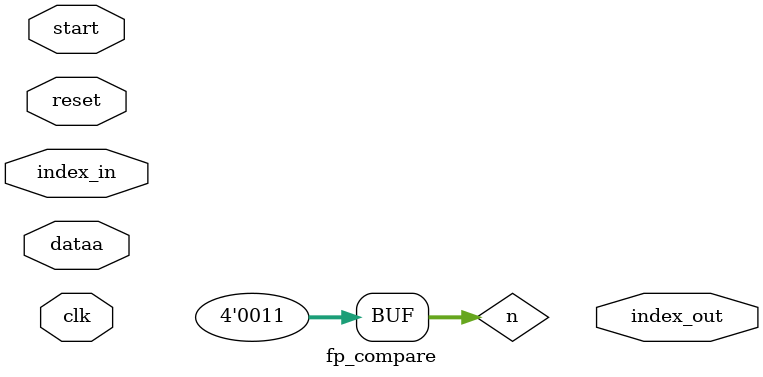
<source format=sv>
module fp_compare (
	clk,
	reset,
	start,
	dataa,
	index_in,
	index_out
);	

input clk, reset;			//posedge reset
input start;				//when start goes high, start comparing data
input	[31:0]	dataa;		//new data is coming every clk cycle
input [3:0]		index_in;	//new index is coming every clk cycle with data
logic	[31:0]	datab;		//datab is initially 0 after reset
logic	[3:0]	n;			//mod selection
logic	[31:0]	result;
output [3:0]	index_out;	//keep the index which comes with the biggest data

assign n = 3;



fpoint2_combi #(
		.arithmetic_present (0),
		.comparison_present (1)
	) nios_custom_instr_floating_point_2_combi_0 (
		.dataa  (dataa),  // s1.dataa
		.datab  (datab),  //   .datab
		.n      (n),      //   .n
		.result (result)  //   .result
	);

endmodule
</source>
